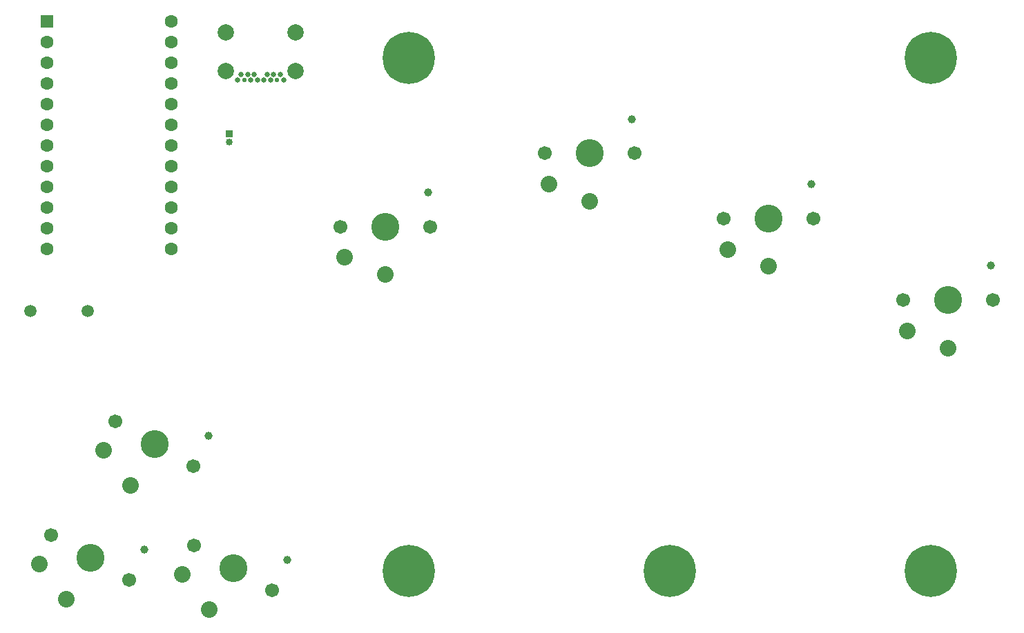
<source format=gbr>
%TF.GenerationSoftware,KiCad,Pcbnew,6.0.4*%
%TF.CreationDate,2022-04-08T16:21:30+02:00*%
%TF.ProjectId,keychordz,6b657963-686f-4726-947a-2e6b69636164,rev?*%
%TF.SameCoordinates,Original*%
%TF.FileFunction,Soldermask,Bot*%
%TF.FilePolarity,Negative*%
%FSLAX46Y46*%
G04 Gerber Fmt 4.6, Leading zero omitted, Abs format (unit mm)*
G04 Created by KiCad (PCBNEW 6.0.4) date 2022-04-08 16:21:30*
%MOMM*%
%LPD*%
G01*
G04 APERTURE LIST*
%ADD10R,0.850000X0.850000*%
%ADD11O,0.850000X0.850000*%
%ADD12C,6.400000*%
%ADD13C,0.800000*%
%ADD14R,1.600000X1.600000*%
%ADD15C,1.600000*%
%ADD16C,3.429000*%
%ADD17C,1.701800*%
%ADD18C,0.990600*%
%ADD19C,2.032000*%
%ADD20C,0.650000*%
%ADD21C,0.550000*%
%ADD22C,2.010000*%
%ADD23C,1.500000*%
G04 APERTURE END LIST*
D10*
%TO.C,USB*%
X40005000Y-49276000D03*
D11*
X40005000Y-50276000D03*
%TD*%
D12*
%TO.C,MNT5*%
X126000000Y-40000000D03*
D13*
X123600000Y-40000000D03*
X124302944Y-41697056D03*
X126000000Y-42400000D03*
X128400000Y-40000000D03*
X124302944Y-38302944D03*
X127697056Y-41697056D03*
X127697056Y-38302944D03*
X126000000Y-37600000D03*
%TD*%
D12*
%TO.C,MNT4*%
X62000000Y-40000000D03*
D13*
X59600000Y-40000000D03*
X60302944Y-41697056D03*
X62000000Y-42400000D03*
X64400000Y-40000000D03*
X60302944Y-38302944D03*
X63697056Y-41697056D03*
X63697056Y-38302944D03*
X62000000Y-37600000D03*
%TD*%
D14*
%TO.C,U1*%
X17701000Y-35520000D03*
D15*
X17701000Y-38060000D03*
X17701000Y-40600000D03*
X17701000Y-43140000D03*
X17701000Y-45680000D03*
X17701000Y-48220000D03*
X17701000Y-50760000D03*
X17701000Y-53300000D03*
X17701000Y-55840000D03*
X17701000Y-58380000D03*
X17701000Y-60920000D03*
X17701000Y-63460000D03*
X32941000Y-63460000D03*
X32941000Y-60920000D03*
X32941000Y-58380000D03*
X32941000Y-55840000D03*
X32941000Y-53300000D03*
X32941000Y-50760000D03*
X32941000Y-48220000D03*
X32941000Y-45680000D03*
X32941000Y-43140000D03*
X32941000Y-40600000D03*
X32941000Y-38060000D03*
X32941000Y-35520000D03*
%TD*%
D12*
%TO.C,MNT1*%
X62000000Y-103000000D03*
D13*
X59600000Y-103000000D03*
X60302944Y-104697056D03*
X62000000Y-105400000D03*
X64400000Y-103000000D03*
X60302944Y-101302944D03*
X63697056Y-104697056D03*
X63697056Y-101302944D03*
X62000000Y-100600000D03*
%TD*%
D16*
%TO.C,SW1*%
X22968000Y-101346000D03*
D17*
X27731140Y-104096000D03*
D18*
X29588653Y-100318693D03*
D17*
X18204860Y-98596000D03*
D19*
X20018000Y-106455550D03*
X16737873Y-102136897D03*
%TD*%
D17*
%TO.C,SW5*%
X89682000Y-51689000D03*
X78682000Y-51689000D03*
D18*
X89402000Y-47489000D03*
D16*
X84182000Y-51689000D03*
D19*
X84182000Y-57589000D03*
X79182000Y-55489000D03*
%TD*%
D17*
%TO.C,SW6*%
X133682000Y-69689000D03*
X122682000Y-69689000D03*
D18*
X133402000Y-65489000D03*
D16*
X128182000Y-69689000D03*
D19*
X128182000Y-75589000D03*
X123182000Y-73489000D03*
%TD*%
D17*
%TO.C,SW2*%
X35730860Y-99866000D03*
X45257140Y-105366000D03*
D18*
X47114653Y-101588693D03*
D16*
X40494000Y-102616000D03*
D19*
X37544000Y-107725550D03*
X34263873Y-103406897D03*
%TD*%
D13*
%TO.C,MNT3*%
X127697056Y-104697056D03*
X123600000Y-103000000D03*
X124302944Y-104697056D03*
X124302944Y-101302944D03*
X126000000Y-105400000D03*
X126000000Y-100600000D03*
X128400000Y-103000000D03*
D12*
X126000000Y-103000000D03*
D13*
X127697056Y-101302944D03*
%TD*%
D17*
%TO.C,SW7*%
X100682000Y-59689000D03*
D16*
X106182000Y-59689000D03*
D17*
X111682000Y-59689000D03*
D18*
X111402000Y-55489000D03*
D19*
X106182000Y-65589000D03*
X101182000Y-63489000D03*
%TD*%
D17*
%TO.C,SW3*%
X26078860Y-84626000D03*
X35605140Y-90126000D03*
D16*
X30842000Y-87376000D03*
D18*
X37462653Y-86348693D03*
D19*
X27892000Y-92485550D03*
X24611873Y-88166897D03*
%TD*%
D13*
%TO.C,MNT2*%
X96400000Y-103000000D03*
X94000000Y-105400000D03*
X92302944Y-104697056D03*
X92302944Y-101302944D03*
X94000000Y-100600000D03*
X91600000Y-103000000D03*
D12*
X94000000Y-103000000D03*
D13*
X95697056Y-101302944D03*
X95697056Y-104697056D03*
%TD*%
D20*
%TO.C,J1*%
X41072000Y-42732000D03*
X41472000Y-42022000D03*
X42272000Y-42022000D03*
X42672000Y-42732000D03*
X43072000Y-42022000D03*
X43472000Y-42732000D03*
X44272000Y-42732000D03*
X44672000Y-42022000D03*
X45072000Y-42732000D03*
X45472000Y-42022000D03*
X46272000Y-42022000D03*
X46672000Y-42732000D03*
D21*
X41872000Y-42732000D03*
X45872000Y-42732000D03*
D22*
X48142000Y-41582000D03*
X39602000Y-41582000D03*
X48142000Y-36852000D03*
X39602000Y-36852000D03*
%TD*%
D16*
%TO.C,SW4*%
X59182000Y-60689000D03*
D18*
X64402000Y-56489000D03*
D17*
X53682000Y-60689000D03*
X64682000Y-60689000D03*
D19*
X59182000Y-66589000D03*
X54182000Y-64489000D03*
%TD*%
D23*
%TO.C,J2*%
X15653000Y-71020000D03*
X22653000Y-71020000D03*
%TD*%
M02*

</source>
